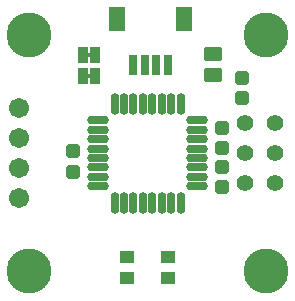
<source format=gbs>
G04 Layer_Color=16711935*
%FSLAX44Y44*%
%MOMM*%
G71*
G01*
G75*
G04:AMPARAMS|DCode=35|XSize=1.2032mm|YSize=1.1032mm|CornerRadius=0.2141mm|HoleSize=0mm|Usage=FLASHONLY|Rotation=0.000|XOffset=0mm|YOffset=0mm|HoleType=Round|Shape=RoundedRectangle|*
%AMROUNDEDRECTD35*
21,1,1.2032,0.6750,0,0,0.0*
21,1,0.7750,1.1032,0,0,0.0*
1,1,0.4282,0.3875,-0.3375*
1,1,0.4282,-0.3875,-0.3375*
1,1,0.4282,-0.3875,0.3375*
1,1,0.4282,0.3875,0.3375*
%
%ADD35ROUNDEDRECTD35*%
%ADD36R,0.8382X1.4732*%
%ADD38R,1.2192X1.0668*%
%ADD39C,1.4032*%
%ADD40C,3.8032*%
%ADD41C,1.7032*%
%ADD42R,0.5000X0.4000*%
G04:AMPARAMS|DCode=43|XSize=1.6032mm|YSize=1.2032mm|CornerRadius=0.2266mm|HoleSize=0mm|Usage=FLASHONLY|Rotation=0.000|XOffset=0mm|YOffset=0mm|HoleType=Round|Shape=RoundedRectangle|*
%AMROUNDEDRECTD43*
21,1,1.6032,0.7500,0,0,0.0*
21,1,1.1500,1.2032,0,0,0.0*
1,1,0.4532,0.5750,-0.3750*
1,1,0.4532,-0.5750,-0.3750*
1,1,0.4532,-0.5750,0.3750*
1,1,0.4532,0.5750,0.3750*
%
%ADD43ROUNDEDRECTD43*%
%ADD44O,0.7532X1.8532*%
%ADD45O,1.8532X0.7532*%
%ADD46R,0.8032X1.7532*%
%ADD47R,1.4032X2.0032*%
D35*
X62000Y125500D02*
D03*
Y108500D02*
D03*
X205000Y170500D02*
D03*
Y187500D02*
D03*
X188000Y95500D02*
D03*
Y112500D02*
D03*
X188000Y128500D02*
D03*
Y145500D02*
D03*
D36*
X70000Y189000D02*
D03*
X80160D02*
D03*
X70000Y207000D02*
D03*
X80160D02*
D03*
D38*
X107474Y18250D02*
D03*
X142500D02*
D03*
X107474Y35890D02*
D03*
X142500D02*
D03*
D39*
X207600Y98600D02*
D03*
X233000D02*
D03*
X207600Y124000D02*
D03*
X233000D02*
D03*
X207600Y149400D02*
D03*
X233000D02*
D03*
D40*
X25000Y24000D02*
D03*
X225000D02*
D03*
Y224000D02*
D03*
X25000D02*
D03*
D41*
X16000Y162000D02*
D03*
Y136600D02*
D03*
Y111200D02*
D03*
Y85800D02*
D03*
D42*
X74579Y189000D02*
D03*
Y207000D02*
D03*
D43*
X180000Y208000D02*
D03*
Y190000D02*
D03*
D44*
X153000Y166000D02*
D03*
X145000D02*
D03*
X137000D02*
D03*
X129000D02*
D03*
X121000D02*
D03*
X113000D02*
D03*
X105000D02*
D03*
X97000D02*
D03*
Y82000D02*
D03*
X105000D02*
D03*
X113000D02*
D03*
X121000D02*
D03*
X129000D02*
D03*
X137000D02*
D03*
X145000D02*
D03*
X153000D02*
D03*
D45*
X83000Y152000D02*
D03*
Y144000D02*
D03*
Y136000D02*
D03*
Y128000D02*
D03*
Y120000D02*
D03*
Y112000D02*
D03*
Y104000D02*
D03*
Y96000D02*
D03*
X167000D02*
D03*
Y104000D02*
D03*
Y112000D02*
D03*
Y120000D02*
D03*
Y128000D02*
D03*
Y136000D02*
D03*
Y144000D02*
D03*
Y152000D02*
D03*
D46*
X142500Y199000D02*
D03*
X132500D02*
D03*
X122500D02*
D03*
X112500D02*
D03*
D47*
X155500Y238000D02*
D03*
X99500D02*
D03*
M02*

</source>
